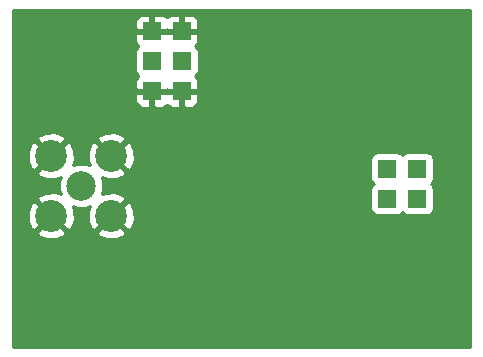
<source format=gbr>
G04 #@! TF.FileFunction,Copper,L1,Top,Signal*
%FSLAX46Y46*%
G04 Gerber Fmt 4.6, Leading zero omitted, Abs format (unit mm)*
G04 Created by KiCad (PCBNEW 201609251018+7233~55~ubuntu16.04.1-) date Thu Sep 29 16:16:28 2016*
%MOMM*%
%LPD*%
G01*
G04 APERTURE LIST*
%ADD10C,0.100000*%
%ADD11R,1.524000X1.524000*%
%ADD12C,6.000000*%
%ADD13C,2.500000*%
%ADD14C,2.700000*%
%ADD15C,0.800000*%
%ADD16C,0.400000*%
%ADD17C,0.254000*%
G04 APERTURE END LIST*
D10*
D11*
X101625400Y-73888600D03*
X99085400Y-73888600D03*
X101625400Y-71348600D03*
X99085400Y-71348600D03*
X101625400Y-68808600D03*
X99085400Y-68808600D03*
X121539000Y-83007200D03*
X118999000Y-83007200D03*
X121539000Y-80467200D03*
X118999000Y-80467200D03*
D12*
X91440000Y-91440000D03*
X91440000Y-71120000D03*
X121920000Y-71120000D03*
X121920000Y-91440000D03*
D13*
X93091000Y-81915000D03*
D14*
X95631000Y-84455000D03*
X90551000Y-84455000D03*
X90551000Y-79375000D03*
X95631000Y-79375000D03*
D15*
X102616000Y-87985600D03*
X104698800Y-89560400D03*
X108813600Y-87782400D03*
D16*
X102006400Y-89560400D02*
X102616000Y-88950800D01*
X102616000Y-88950800D02*
X102616000Y-87985600D01*
X104698800Y-89560400D02*
X102006400Y-89560400D01*
X108813600Y-87782400D02*
X107848400Y-86817200D01*
X107848400Y-86817200D02*
X101498400Y-86817200D01*
D17*
G36*
X126036000Y-95556000D02*
X87324000Y-95556000D01*
X87324000Y-85860593D01*
X89325012Y-85860593D01*
X89466478Y-86163782D01*
X90202955Y-86448737D01*
X90992418Y-86430164D01*
X91635522Y-86163782D01*
X91776988Y-85860593D01*
X94405012Y-85860593D01*
X94546478Y-86163782D01*
X95282955Y-86448737D01*
X96072418Y-86430164D01*
X96715522Y-86163782D01*
X96856988Y-85860593D01*
X95631000Y-84634605D01*
X94405012Y-85860593D01*
X91776988Y-85860593D01*
X90551000Y-84634605D01*
X89325012Y-85860593D01*
X87324000Y-85860593D01*
X87324000Y-84106955D01*
X88557263Y-84106955D01*
X88575836Y-84896418D01*
X88842218Y-85539522D01*
X89145407Y-85680988D01*
X90371395Y-84455000D01*
X89145407Y-83229012D01*
X88842218Y-83370478D01*
X88557263Y-84106955D01*
X87324000Y-84106955D01*
X87324000Y-80780593D01*
X89325012Y-80780593D01*
X89466478Y-81083782D01*
X90202955Y-81368737D01*
X90992418Y-81350164D01*
X91345164Y-81204052D01*
X91206328Y-81538405D01*
X91205674Y-82288305D01*
X91349087Y-82635392D01*
X90899045Y-82461263D01*
X90109582Y-82479836D01*
X89466478Y-82746218D01*
X89325012Y-83049407D01*
X90551000Y-84275395D01*
X90565143Y-84261253D01*
X90744748Y-84440858D01*
X90730605Y-84455000D01*
X91956593Y-85680988D01*
X92259782Y-85539522D01*
X92544737Y-84803045D01*
X92526164Y-84013582D01*
X92380052Y-83660836D01*
X92714405Y-83799672D01*
X93464305Y-83800326D01*
X93811392Y-83656913D01*
X93637263Y-84106955D01*
X93655836Y-84896418D01*
X93922218Y-85539522D01*
X94225407Y-85680988D01*
X95451395Y-84455000D01*
X95810605Y-84455000D01*
X97036593Y-85680988D01*
X97339782Y-85539522D01*
X97624737Y-84803045D01*
X97606164Y-84013582D01*
X97339782Y-83370478D01*
X97036593Y-83229012D01*
X95810605Y-84455000D01*
X95451395Y-84455000D01*
X95437253Y-84440858D01*
X95616858Y-84261253D01*
X95631000Y-84275395D01*
X96856988Y-83049407D01*
X96715522Y-82746218D01*
X95979045Y-82461263D01*
X95189582Y-82479836D01*
X94836836Y-82625948D01*
X94975672Y-82291595D01*
X94976326Y-81541695D01*
X94832913Y-81194608D01*
X95282955Y-81368737D01*
X96072418Y-81350164D01*
X96715522Y-81083782D01*
X96856988Y-80780593D01*
X95631000Y-79554605D01*
X95616858Y-79568748D01*
X95437253Y-79389143D01*
X95451395Y-79375000D01*
X95810605Y-79375000D01*
X97036593Y-80600988D01*
X97339782Y-80459522D01*
X97624737Y-79723045D01*
X97624318Y-79705200D01*
X117589560Y-79705200D01*
X117589560Y-81229200D01*
X117638843Y-81476965D01*
X117779191Y-81687009D01*
X117854307Y-81737200D01*
X117779191Y-81787391D01*
X117638843Y-81997435D01*
X117589560Y-82245200D01*
X117589560Y-83769200D01*
X117638843Y-84016965D01*
X117779191Y-84227009D01*
X117989235Y-84367357D01*
X118237000Y-84416640D01*
X119761000Y-84416640D01*
X120008765Y-84367357D01*
X120218809Y-84227009D01*
X120269000Y-84151893D01*
X120319191Y-84227009D01*
X120529235Y-84367357D01*
X120777000Y-84416640D01*
X122301000Y-84416640D01*
X122548765Y-84367357D01*
X122758809Y-84227009D01*
X122899157Y-84016965D01*
X122948440Y-83769200D01*
X122948440Y-82245200D01*
X122899157Y-81997435D01*
X122758809Y-81787391D01*
X122683693Y-81737200D01*
X122758809Y-81687009D01*
X122899157Y-81476965D01*
X122948440Y-81229200D01*
X122948440Y-79705200D01*
X122899157Y-79457435D01*
X122758809Y-79247391D01*
X122548765Y-79107043D01*
X122301000Y-79057760D01*
X120777000Y-79057760D01*
X120529235Y-79107043D01*
X120319191Y-79247391D01*
X120269000Y-79322507D01*
X120218809Y-79247391D01*
X120008765Y-79107043D01*
X119761000Y-79057760D01*
X118237000Y-79057760D01*
X117989235Y-79107043D01*
X117779191Y-79247391D01*
X117638843Y-79457435D01*
X117589560Y-79705200D01*
X97624318Y-79705200D01*
X97606164Y-78933582D01*
X97339782Y-78290478D01*
X97036593Y-78149012D01*
X95810605Y-79375000D01*
X95451395Y-79375000D01*
X94225407Y-78149012D01*
X93922218Y-78290478D01*
X93637263Y-79026955D01*
X93655836Y-79816418D01*
X93801948Y-80169164D01*
X93467595Y-80030328D01*
X92717695Y-80029674D01*
X92370608Y-80173087D01*
X92544737Y-79723045D01*
X92526164Y-78933582D01*
X92259782Y-78290478D01*
X91956593Y-78149012D01*
X90730605Y-79375000D01*
X90744748Y-79389143D01*
X90565143Y-79568748D01*
X90551000Y-79554605D01*
X89325012Y-80780593D01*
X87324000Y-80780593D01*
X87324000Y-79026955D01*
X88557263Y-79026955D01*
X88575836Y-79816418D01*
X88842218Y-80459522D01*
X89145407Y-80600988D01*
X90371395Y-79375000D01*
X89145407Y-78149012D01*
X88842218Y-78290478D01*
X88557263Y-79026955D01*
X87324000Y-79026955D01*
X87324000Y-77969407D01*
X89325012Y-77969407D01*
X90551000Y-79195395D01*
X91776988Y-77969407D01*
X94405012Y-77969407D01*
X95631000Y-79195395D01*
X96856988Y-77969407D01*
X96715522Y-77666218D01*
X95979045Y-77381263D01*
X95189582Y-77399836D01*
X94546478Y-77666218D01*
X94405012Y-77969407D01*
X91776988Y-77969407D01*
X91635522Y-77666218D01*
X90899045Y-77381263D01*
X90109582Y-77399836D01*
X89466478Y-77666218D01*
X89325012Y-77969407D01*
X87324000Y-77969407D01*
X87324000Y-74174350D01*
X97688400Y-74174350D01*
X97688400Y-74776910D01*
X97785073Y-75010299D01*
X97963702Y-75188927D01*
X98197091Y-75285600D01*
X98799650Y-75285600D01*
X98958400Y-75126850D01*
X98958400Y-74015600D01*
X99212400Y-74015600D01*
X99212400Y-75126850D01*
X99371150Y-75285600D01*
X99973709Y-75285600D01*
X100207098Y-75188927D01*
X100355400Y-75040626D01*
X100503702Y-75188927D01*
X100737091Y-75285600D01*
X101339650Y-75285600D01*
X101498400Y-75126850D01*
X101498400Y-74015600D01*
X101752400Y-74015600D01*
X101752400Y-75126850D01*
X101911150Y-75285600D01*
X102513709Y-75285600D01*
X102747098Y-75188927D01*
X102925727Y-75010299D01*
X103022400Y-74776910D01*
X103022400Y-74174350D01*
X102863650Y-74015600D01*
X101752400Y-74015600D01*
X101498400Y-74015600D01*
X100387150Y-74015600D01*
X100355400Y-74047350D01*
X100323650Y-74015600D01*
X99212400Y-74015600D01*
X98958400Y-74015600D01*
X97847150Y-74015600D01*
X97688400Y-74174350D01*
X87324000Y-74174350D01*
X87324000Y-70586600D01*
X97675960Y-70586600D01*
X97675960Y-72110600D01*
X97725243Y-72358365D01*
X97865591Y-72568409D01*
X97936312Y-72615663D01*
X97785073Y-72766901D01*
X97688400Y-73000290D01*
X97688400Y-73602850D01*
X97847150Y-73761600D01*
X98958400Y-73761600D01*
X98958400Y-73741600D01*
X99212400Y-73741600D01*
X99212400Y-73761600D01*
X100323650Y-73761600D01*
X100355400Y-73729850D01*
X100387150Y-73761600D01*
X101498400Y-73761600D01*
X101498400Y-73741600D01*
X101752400Y-73741600D01*
X101752400Y-73761600D01*
X102863650Y-73761600D01*
X103022400Y-73602850D01*
X103022400Y-73000290D01*
X102925727Y-72766901D01*
X102774488Y-72615663D01*
X102845209Y-72568409D01*
X102985557Y-72358365D01*
X103034840Y-72110600D01*
X103034840Y-70586600D01*
X102985557Y-70338835D01*
X102845209Y-70128791D01*
X102774488Y-70081537D01*
X102925727Y-69930299D01*
X103022400Y-69696910D01*
X103022400Y-69094350D01*
X102863650Y-68935600D01*
X101752400Y-68935600D01*
X101752400Y-68955600D01*
X101498400Y-68955600D01*
X101498400Y-68935600D01*
X100387150Y-68935600D01*
X100355400Y-68967350D01*
X100323650Y-68935600D01*
X99212400Y-68935600D01*
X99212400Y-68955600D01*
X98958400Y-68955600D01*
X98958400Y-68935600D01*
X97847150Y-68935600D01*
X97688400Y-69094350D01*
X97688400Y-69696910D01*
X97785073Y-69930299D01*
X97936312Y-70081537D01*
X97865591Y-70128791D01*
X97725243Y-70338835D01*
X97675960Y-70586600D01*
X87324000Y-70586600D01*
X87324000Y-67920290D01*
X97688400Y-67920290D01*
X97688400Y-68522850D01*
X97847150Y-68681600D01*
X98958400Y-68681600D01*
X98958400Y-67570350D01*
X99212400Y-67570350D01*
X99212400Y-68681600D01*
X100323650Y-68681600D01*
X100355400Y-68649850D01*
X100387150Y-68681600D01*
X101498400Y-68681600D01*
X101498400Y-67570350D01*
X101752400Y-67570350D01*
X101752400Y-68681600D01*
X102863650Y-68681600D01*
X103022400Y-68522850D01*
X103022400Y-67920290D01*
X102925727Y-67686901D01*
X102747098Y-67508273D01*
X102513709Y-67411600D01*
X101911150Y-67411600D01*
X101752400Y-67570350D01*
X101498400Y-67570350D01*
X101339650Y-67411600D01*
X100737091Y-67411600D01*
X100503702Y-67508273D01*
X100355400Y-67656574D01*
X100207098Y-67508273D01*
X99973709Y-67411600D01*
X99371150Y-67411600D01*
X99212400Y-67570350D01*
X98958400Y-67570350D01*
X98799650Y-67411600D01*
X98197091Y-67411600D01*
X97963702Y-67508273D01*
X97785073Y-67686901D01*
X97688400Y-67920290D01*
X87324000Y-67920290D01*
X87324000Y-67004000D01*
X126036000Y-67004000D01*
X126036000Y-95556000D01*
X126036000Y-95556000D01*
G37*
X126036000Y-95556000D02*
X87324000Y-95556000D01*
X87324000Y-85860593D01*
X89325012Y-85860593D01*
X89466478Y-86163782D01*
X90202955Y-86448737D01*
X90992418Y-86430164D01*
X91635522Y-86163782D01*
X91776988Y-85860593D01*
X94405012Y-85860593D01*
X94546478Y-86163782D01*
X95282955Y-86448737D01*
X96072418Y-86430164D01*
X96715522Y-86163782D01*
X96856988Y-85860593D01*
X95631000Y-84634605D01*
X94405012Y-85860593D01*
X91776988Y-85860593D01*
X90551000Y-84634605D01*
X89325012Y-85860593D01*
X87324000Y-85860593D01*
X87324000Y-84106955D01*
X88557263Y-84106955D01*
X88575836Y-84896418D01*
X88842218Y-85539522D01*
X89145407Y-85680988D01*
X90371395Y-84455000D01*
X89145407Y-83229012D01*
X88842218Y-83370478D01*
X88557263Y-84106955D01*
X87324000Y-84106955D01*
X87324000Y-80780593D01*
X89325012Y-80780593D01*
X89466478Y-81083782D01*
X90202955Y-81368737D01*
X90992418Y-81350164D01*
X91345164Y-81204052D01*
X91206328Y-81538405D01*
X91205674Y-82288305D01*
X91349087Y-82635392D01*
X90899045Y-82461263D01*
X90109582Y-82479836D01*
X89466478Y-82746218D01*
X89325012Y-83049407D01*
X90551000Y-84275395D01*
X90565143Y-84261253D01*
X90744748Y-84440858D01*
X90730605Y-84455000D01*
X91956593Y-85680988D01*
X92259782Y-85539522D01*
X92544737Y-84803045D01*
X92526164Y-84013582D01*
X92380052Y-83660836D01*
X92714405Y-83799672D01*
X93464305Y-83800326D01*
X93811392Y-83656913D01*
X93637263Y-84106955D01*
X93655836Y-84896418D01*
X93922218Y-85539522D01*
X94225407Y-85680988D01*
X95451395Y-84455000D01*
X95810605Y-84455000D01*
X97036593Y-85680988D01*
X97339782Y-85539522D01*
X97624737Y-84803045D01*
X97606164Y-84013582D01*
X97339782Y-83370478D01*
X97036593Y-83229012D01*
X95810605Y-84455000D01*
X95451395Y-84455000D01*
X95437253Y-84440858D01*
X95616858Y-84261253D01*
X95631000Y-84275395D01*
X96856988Y-83049407D01*
X96715522Y-82746218D01*
X95979045Y-82461263D01*
X95189582Y-82479836D01*
X94836836Y-82625948D01*
X94975672Y-82291595D01*
X94976326Y-81541695D01*
X94832913Y-81194608D01*
X95282955Y-81368737D01*
X96072418Y-81350164D01*
X96715522Y-81083782D01*
X96856988Y-80780593D01*
X95631000Y-79554605D01*
X95616858Y-79568748D01*
X95437253Y-79389143D01*
X95451395Y-79375000D01*
X95810605Y-79375000D01*
X97036593Y-80600988D01*
X97339782Y-80459522D01*
X97624737Y-79723045D01*
X97624318Y-79705200D01*
X117589560Y-79705200D01*
X117589560Y-81229200D01*
X117638843Y-81476965D01*
X117779191Y-81687009D01*
X117854307Y-81737200D01*
X117779191Y-81787391D01*
X117638843Y-81997435D01*
X117589560Y-82245200D01*
X117589560Y-83769200D01*
X117638843Y-84016965D01*
X117779191Y-84227009D01*
X117989235Y-84367357D01*
X118237000Y-84416640D01*
X119761000Y-84416640D01*
X120008765Y-84367357D01*
X120218809Y-84227009D01*
X120269000Y-84151893D01*
X120319191Y-84227009D01*
X120529235Y-84367357D01*
X120777000Y-84416640D01*
X122301000Y-84416640D01*
X122548765Y-84367357D01*
X122758809Y-84227009D01*
X122899157Y-84016965D01*
X122948440Y-83769200D01*
X122948440Y-82245200D01*
X122899157Y-81997435D01*
X122758809Y-81787391D01*
X122683693Y-81737200D01*
X122758809Y-81687009D01*
X122899157Y-81476965D01*
X122948440Y-81229200D01*
X122948440Y-79705200D01*
X122899157Y-79457435D01*
X122758809Y-79247391D01*
X122548765Y-79107043D01*
X122301000Y-79057760D01*
X120777000Y-79057760D01*
X120529235Y-79107043D01*
X120319191Y-79247391D01*
X120269000Y-79322507D01*
X120218809Y-79247391D01*
X120008765Y-79107043D01*
X119761000Y-79057760D01*
X118237000Y-79057760D01*
X117989235Y-79107043D01*
X117779191Y-79247391D01*
X117638843Y-79457435D01*
X117589560Y-79705200D01*
X97624318Y-79705200D01*
X97606164Y-78933582D01*
X97339782Y-78290478D01*
X97036593Y-78149012D01*
X95810605Y-79375000D01*
X95451395Y-79375000D01*
X94225407Y-78149012D01*
X93922218Y-78290478D01*
X93637263Y-79026955D01*
X93655836Y-79816418D01*
X93801948Y-80169164D01*
X93467595Y-80030328D01*
X92717695Y-80029674D01*
X92370608Y-80173087D01*
X92544737Y-79723045D01*
X92526164Y-78933582D01*
X92259782Y-78290478D01*
X91956593Y-78149012D01*
X90730605Y-79375000D01*
X90744748Y-79389143D01*
X90565143Y-79568748D01*
X90551000Y-79554605D01*
X89325012Y-80780593D01*
X87324000Y-80780593D01*
X87324000Y-79026955D01*
X88557263Y-79026955D01*
X88575836Y-79816418D01*
X88842218Y-80459522D01*
X89145407Y-80600988D01*
X90371395Y-79375000D01*
X89145407Y-78149012D01*
X88842218Y-78290478D01*
X88557263Y-79026955D01*
X87324000Y-79026955D01*
X87324000Y-77969407D01*
X89325012Y-77969407D01*
X90551000Y-79195395D01*
X91776988Y-77969407D01*
X94405012Y-77969407D01*
X95631000Y-79195395D01*
X96856988Y-77969407D01*
X96715522Y-77666218D01*
X95979045Y-77381263D01*
X95189582Y-77399836D01*
X94546478Y-77666218D01*
X94405012Y-77969407D01*
X91776988Y-77969407D01*
X91635522Y-77666218D01*
X90899045Y-77381263D01*
X90109582Y-77399836D01*
X89466478Y-77666218D01*
X89325012Y-77969407D01*
X87324000Y-77969407D01*
X87324000Y-74174350D01*
X97688400Y-74174350D01*
X97688400Y-74776910D01*
X97785073Y-75010299D01*
X97963702Y-75188927D01*
X98197091Y-75285600D01*
X98799650Y-75285600D01*
X98958400Y-75126850D01*
X98958400Y-74015600D01*
X99212400Y-74015600D01*
X99212400Y-75126850D01*
X99371150Y-75285600D01*
X99973709Y-75285600D01*
X100207098Y-75188927D01*
X100355400Y-75040626D01*
X100503702Y-75188927D01*
X100737091Y-75285600D01*
X101339650Y-75285600D01*
X101498400Y-75126850D01*
X101498400Y-74015600D01*
X101752400Y-74015600D01*
X101752400Y-75126850D01*
X101911150Y-75285600D01*
X102513709Y-75285600D01*
X102747098Y-75188927D01*
X102925727Y-75010299D01*
X103022400Y-74776910D01*
X103022400Y-74174350D01*
X102863650Y-74015600D01*
X101752400Y-74015600D01*
X101498400Y-74015600D01*
X100387150Y-74015600D01*
X100355400Y-74047350D01*
X100323650Y-74015600D01*
X99212400Y-74015600D01*
X98958400Y-74015600D01*
X97847150Y-74015600D01*
X97688400Y-74174350D01*
X87324000Y-74174350D01*
X87324000Y-70586600D01*
X97675960Y-70586600D01*
X97675960Y-72110600D01*
X97725243Y-72358365D01*
X97865591Y-72568409D01*
X97936312Y-72615663D01*
X97785073Y-72766901D01*
X97688400Y-73000290D01*
X97688400Y-73602850D01*
X97847150Y-73761600D01*
X98958400Y-73761600D01*
X98958400Y-73741600D01*
X99212400Y-73741600D01*
X99212400Y-73761600D01*
X100323650Y-73761600D01*
X100355400Y-73729850D01*
X100387150Y-73761600D01*
X101498400Y-73761600D01*
X101498400Y-73741600D01*
X101752400Y-73741600D01*
X101752400Y-73761600D01*
X102863650Y-73761600D01*
X103022400Y-73602850D01*
X103022400Y-73000290D01*
X102925727Y-72766901D01*
X102774488Y-72615663D01*
X102845209Y-72568409D01*
X102985557Y-72358365D01*
X103034840Y-72110600D01*
X103034840Y-70586600D01*
X102985557Y-70338835D01*
X102845209Y-70128791D01*
X102774488Y-70081537D01*
X102925727Y-69930299D01*
X103022400Y-69696910D01*
X103022400Y-69094350D01*
X102863650Y-68935600D01*
X101752400Y-68935600D01*
X101752400Y-68955600D01*
X101498400Y-68955600D01*
X101498400Y-68935600D01*
X100387150Y-68935600D01*
X100355400Y-68967350D01*
X100323650Y-68935600D01*
X99212400Y-68935600D01*
X99212400Y-68955600D01*
X98958400Y-68955600D01*
X98958400Y-68935600D01*
X97847150Y-68935600D01*
X97688400Y-69094350D01*
X97688400Y-69696910D01*
X97785073Y-69930299D01*
X97936312Y-70081537D01*
X97865591Y-70128791D01*
X97725243Y-70338835D01*
X97675960Y-70586600D01*
X87324000Y-70586600D01*
X87324000Y-67920290D01*
X97688400Y-67920290D01*
X97688400Y-68522850D01*
X97847150Y-68681600D01*
X98958400Y-68681600D01*
X98958400Y-67570350D01*
X99212400Y-67570350D01*
X99212400Y-68681600D01*
X100323650Y-68681600D01*
X100355400Y-68649850D01*
X100387150Y-68681600D01*
X101498400Y-68681600D01*
X101498400Y-67570350D01*
X101752400Y-67570350D01*
X101752400Y-68681600D01*
X102863650Y-68681600D01*
X103022400Y-68522850D01*
X103022400Y-67920290D01*
X102925727Y-67686901D01*
X102747098Y-67508273D01*
X102513709Y-67411600D01*
X101911150Y-67411600D01*
X101752400Y-67570350D01*
X101498400Y-67570350D01*
X101339650Y-67411600D01*
X100737091Y-67411600D01*
X100503702Y-67508273D01*
X100355400Y-67656574D01*
X100207098Y-67508273D01*
X99973709Y-67411600D01*
X99371150Y-67411600D01*
X99212400Y-67570350D01*
X98958400Y-67570350D01*
X98799650Y-67411600D01*
X98197091Y-67411600D01*
X97963702Y-67508273D01*
X97785073Y-67686901D01*
X97688400Y-67920290D01*
X87324000Y-67920290D01*
X87324000Y-67004000D01*
X126036000Y-67004000D01*
X126036000Y-95556000D01*
M02*

</source>
